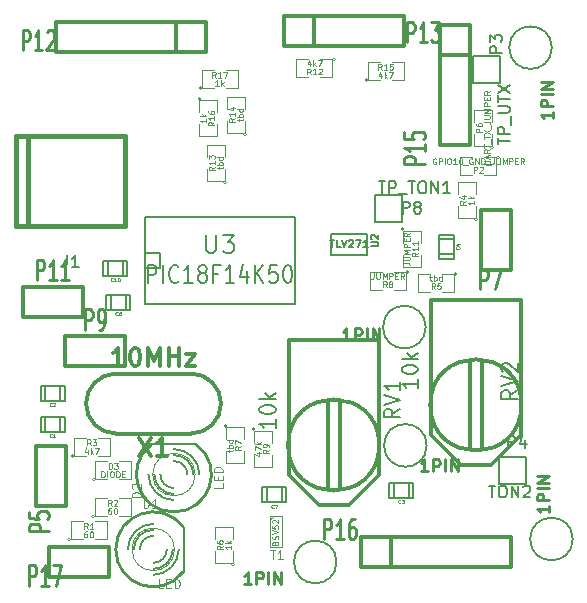
<source format=gto>
G04 (created by PCBNEW (2013-07-07 BZR 4022)-stable) date 24/04/2015 17:20:23*
%MOIN*%
G04 Gerber Fmt 3.4, Leading zero omitted, Abs format*
%FSLAX34Y34*%
G01*
G70*
G90*
G04 APERTURE LIST*
%ADD10C,0.00590551*%
%ADD11C,0.015*%
%ADD12C,0.005*%
%ADD13C,0.0031*%
%ADD14C,0.0039*%
%ADD15C,0.012*%
%ADD16C,0.008*%
%ADD17C,0.003*%
%ADD18C,0.01*%
%ADD19C,0.006*%
%ADD20C,0.0125*%
%ADD21C,0.0047*%
%ADD22C,0.0043*%
%ADD23C,0.0107*%
%ADD24C,0.0035*%
%ADD25C,0.0024*%
G04 APERTURE END LIST*
G54D10*
X59300Y-47775D02*
G75*
G03X59300Y-47775I-710J0D01*
G74*
G01*
X60000Y-64155D02*
G75*
G03X60000Y-64155I-710J0D01*
G74*
G01*
G54D11*
X41843Y-50704D02*
X41843Y-53736D01*
X41449Y-50704D02*
X41449Y-53736D01*
X41449Y-53736D02*
X45071Y-53736D01*
X45071Y-53736D02*
X45071Y-50704D01*
X45071Y-50704D02*
X41449Y-50704D01*
G54D10*
X55095Y-57090D02*
G75*
G03X55095Y-57090I-710J0D01*
G74*
G01*
X55130Y-61035D02*
G75*
G03X55130Y-61035I-710J0D01*
G74*
G01*
X52125Y-64920D02*
G75*
G03X52125Y-64920I-710J0D01*
G74*
G01*
G54D12*
X53150Y-53980D02*
X53150Y-54680D01*
X53150Y-54680D02*
X51950Y-54680D01*
X51950Y-54680D02*
X51950Y-53980D01*
X51950Y-53980D02*
X53150Y-53980D01*
G54D13*
X50024Y-63452D02*
G75*
G03X50024Y-63452I-62J0D01*
G74*
G01*
X50300Y-64415D02*
X49900Y-64415D01*
X50300Y-63390D02*
X49900Y-63390D01*
X49900Y-64415D02*
X49900Y-63390D01*
X50300Y-63390D02*
X50300Y-64415D01*
G54D12*
X50725Y-56335D02*
X50725Y-53435D01*
X45725Y-53435D02*
X45725Y-56335D01*
X50725Y-56335D02*
X45725Y-56335D01*
X45725Y-53435D02*
X50725Y-53435D01*
X45725Y-54635D02*
X46225Y-54635D01*
X46225Y-54635D02*
X46225Y-55135D01*
X46225Y-55135D02*
X45725Y-55135D01*
G54D10*
X57570Y-48050D02*
X57570Y-48950D01*
X56670Y-48950D02*
X56670Y-48050D01*
X56670Y-48050D02*
X57570Y-48050D01*
X56670Y-48950D02*
X57570Y-48950D01*
X54300Y-52700D02*
X54300Y-53600D01*
X53400Y-53600D02*
X53400Y-52700D01*
X53400Y-52700D02*
X54300Y-52700D01*
X53400Y-53600D02*
X54300Y-53600D01*
X58440Y-61415D02*
X58440Y-62315D01*
X57540Y-62315D02*
X57540Y-61415D01*
X57540Y-61415D02*
X58440Y-61415D01*
X57540Y-62315D02*
X58440Y-62315D01*
G54D14*
X49415Y-60495D02*
G75*
G03X49415Y-60495I-50J0D01*
G74*
G01*
X49365Y-60945D02*
X49365Y-60545D01*
X49365Y-60545D02*
X49965Y-60545D01*
X49965Y-60545D02*
X49965Y-60945D01*
X49965Y-61345D02*
X49965Y-61745D01*
X49965Y-61745D02*
X49365Y-61745D01*
X49365Y-61745D02*
X49365Y-61345D01*
X57365Y-51095D02*
G75*
G03X57365Y-51095I-50J0D01*
G74*
G01*
X57315Y-50645D02*
X57315Y-51045D01*
X57315Y-51045D02*
X56715Y-51045D01*
X56715Y-51045D02*
X56715Y-50645D01*
X56715Y-50245D02*
X56715Y-49845D01*
X56715Y-49845D02*
X57315Y-49845D01*
X57315Y-49845D02*
X57315Y-50245D01*
X47600Y-49480D02*
G75*
G03X47600Y-49480I-50J0D01*
G74*
G01*
X47550Y-49930D02*
X47550Y-49530D01*
X47550Y-49530D02*
X48150Y-49530D01*
X48150Y-49530D02*
X48150Y-49930D01*
X48150Y-50330D02*
X48150Y-50730D01*
X48150Y-50730D02*
X47550Y-50730D01*
X47550Y-50730D02*
X47550Y-50330D01*
X53160Y-48855D02*
G75*
G03X53160Y-48855I-50J0D01*
G74*
G01*
X53560Y-48855D02*
X53160Y-48855D01*
X53160Y-48855D02*
X53160Y-48255D01*
X53160Y-48255D02*
X53560Y-48255D01*
X53960Y-48255D02*
X54360Y-48255D01*
X54360Y-48255D02*
X54360Y-48855D01*
X54360Y-48855D02*
X53960Y-48855D01*
X52090Y-48165D02*
G75*
G03X52090Y-48165I-50J0D01*
G74*
G01*
X51590Y-48165D02*
X51990Y-48165D01*
X51990Y-48165D02*
X51990Y-48765D01*
X51990Y-48765D02*
X51590Y-48765D01*
X51190Y-48765D02*
X50790Y-48765D01*
X50790Y-48765D02*
X50790Y-48165D01*
X50790Y-48165D02*
X51190Y-48165D01*
X48455Y-52265D02*
G75*
G03X48455Y-52265I-50J0D01*
G74*
G01*
X48405Y-51815D02*
X48405Y-52215D01*
X48405Y-52215D02*
X47805Y-52215D01*
X47805Y-52215D02*
X47805Y-51815D01*
X47805Y-51415D02*
X47805Y-51015D01*
X47805Y-51015D02*
X48405Y-51015D01*
X48405Y-51015D02*
X48405Y-51415D01*
X48725Y-65000D02*
G75*
G03X48725Y-65000I-50J0D01*
G74*
G01*
X48675Y-64550D02*
X48675Y-64950D01*
X48675Y-64950D02*
X48075Y-64950D01*
X48075Y-64950D02*
X48075Y-64550D01*
X48075Y-64150D02*
X48075Y-63750D01*
X48075Y-63750D02*
X48675Y-63750D01*
X48675Y-63750D02*
X48675Y-64150D01*
X48485Y-60385D02*
G75*
G03X48485Y-60385I-50J0D01*
G74*
G01*
X48435Y-60835D02*
X48435Y-60435D01*
X48435Y-60435D02*
X49035Y-60435D01*
X49035Y-60435D02*
X49035Y-60835D01*
X49035Y-61235D02*
X49035Y-61635D01*
X49035Y-61635D02*
X48435Y-61635D01*
X48435Y-61635D02*
X48435Y-61235D01*
X44060Y-63390D02*
G75*
G03X44060Y-63390I-50J0D01*
G74*
G01*
X44460Y-63390D02*
X44060Y-63390D01*
X44060Y-63390D02*
X44060Y-62790D01*
X44060Y-62790D02*
X44460Y-62790D01*
X44860Y-62790D02*
X45260Y-62790D01*
X45260Y-62790D02*
X45260Y-63390D01*
X45260Y-63390D02*
X44860Y-63390D01*
X43260Y-64170D02*
G75*
G03X43260Y-64170I-50J0D01*
G74*
G01*
X43660Y-64170D02*
X43260Y-64170D01*
X43260Y-64170D02*
X43260Y-63570D01*
X43260Y-63570D02*
X43660Y-63570D01*
X44060Y-63570D02*
X44460Y-63570D01*
X44460Y-63570D02*
X44460Y-64170D01*
X44460Y-64170D02*
X44060Y-64170D01*
X57550Y-51435D02*
G75*
G03X57550Y-51435I-50J0D01*
G74*
G01*
X57050Y-51435D02*
X57450Y-51435D01*
X57450Y-51435D02*
X57450Y-52035D01*
X57450Y-52035D02*
X57050Y-52035D01*
X56650Y-52035D02*
X56250Y-52035D01*
X56250Y-52035D02*
X56250Y-51435D01*
X56250Y-51435D02*
X56650Y-51435D01*
X49125Y-50655D02*
G75*
G03X49125Y-50655I-50J0D01*
G74*
G01*
X49075Y-50205D02*
X49075Y-50605D01*
X49075Y-50605D02*
X48475Y-50605D01*
X48475Y-50605D02*
X48475Y-50205D01*
X48475Y-49805D02*
X48475Y-49405D01*
X48475Y-49405D02*
X49075Y-49405D01*
X49075Y-49405D02*
X49075Y-49805D01*
X56825Y-53510D02*
G75*
G03X56825Y-53510I-50J0D01*
G74*
G01*
X56775Y-53060D02*
X56775Y-53460D01*
X56775Y-53460D02*
X56175Y-53460D01*
X56175Y-53460D02*
X56175Y-53060D01*
X56175Y-52660D02*
X56175Y-52260D01*
X56175Y-52260D02*
X56775Y-52260D01*
X56775Y-52260D02*
X56775Y-52660D01*
X47625Y-49120D02*
G75*
G03X47625Y-49120I-50J0D01*
G74*
G01*
X48025Y-49120D02*
X47625Y-49120D01*
X47625Y-49120D02*
X47625Y-48520D01*
X47625Y-48520D02*
X48025Y-48520D01*
X48425Y-48520D02*
X48825Y-48520D01*
X48825Y-48520D02*
X48825Y-49120D01*
X48825Y-49120D02*
X48425Y-49120D01*
X44080Y-62165D02*
G75*
G03X44080Y-62165I-50J0D01*
G74*
G01*
X44480Y-62165D02*
X44080Y-62165D01*
X44080Y-62165D02*
X44080Y-61565D01*
X44080Y-61565D02*
X44480Y-61565D01*
X44880Y-61565D02*
X45280Y-61565D01*
X45280Y-61565D02*
X45280Y-62165D01*
X45280Y-62165D02*
X44880Y-62165D01*
X43365Y-61380D02*
G75*
G03X43365Y-61380I-50J0D01*
G74*
G01*
X43765Y-61380D02*
X43365Y-61380D01*
X43365Y-61380D02*
X43365Y-60780D01*
X43365Y-60780D02*
X43765Y-60780D01*
X44165Y-60780D02*
X44565Y-60780D01*
X44565Y-60780D02*
X44565Y-61380D01*
X44565Y-61380D02*
X44165Y-61380D01*
X56140Y-55315D02*
G75*
G03X56140Y-55315I-50J0D01*
G74*
G01*
X55640Y-55315D02*
X56040Y-55315D01*
X56040Y-55315D02*
X56040Y-55915D01*
X56040Y-55915D02*
X55640Y-55915D01*
X55240Y-55915D02*
X54840Y-55915D01*
X54840Y-55915D02*
X54840Y-55315D01*
X54840Y-55315D02*
X55240Y-55315D01*
X54535Y-55260D02*
G75*
G03X54535Y-55260I-50J0D01*
G74*
G01*
X54035Y-55260D02*
X54435Y-55260D01*
X54435Y-55260D02*
X54435Y-55860D01*
X54435Y-55860D02*
X54035Y-55860D01*
X53635Y-55860D02*
X53235Y-55860D01*
X53235Y-55860D02*
X53235Y-55260D01*
X53235Y-55260D02*
X53635Y-55260D01*
X54380Y-53830D02*
G75*
G03X54380Y-53830I-50J0D01*
G74*
G01*
X54330Y-54280D02*
X54330Y-53880D01*
X54330Y-53880D02*
X54930Y-53880D01*
X54930Y-53880D02*
X54930Y-54280D01*
X54930Y-54680D02*
X54930Y-55080D01*
X54930Y-55080D02*
X54330Y-55080D01*
X54330Y-55080D02*
X54330Y-54680D01*
G54D15*
X47775Y-46915D02*
X47775Y-47915D01*
X47775Y-47915D02*
X42775Y-47915D01*
X42775Y-47915D02*
X42775Y-46915D01*
X42775Y-46915D02*
X47775Y-46915D01*
X46775Y-46915D02*
X46775Y-47915D01*
X52925Y-65090D02*
X52925Y-64090D01*
X52925Y-64090D02*
X57925Y-64090D01*
X57925Y-64090D02*
X57925Y-65090D01*
X57925Y-65090D02*
X52925Y-65090D01*
X53925Y-65090D02*
X53925Y-64090D01*
X50380Y-46730D02*
X50380Y-46730D01*
X50380Y-47730D02*
X50380Y-46730D01*
X50380Y-46730D02*
X50380Y-46730D01*
X50380Y-46730D02*
X54380Y-46730D01*
X54380Y-46730D02*
X54380Y-47730D01*
X54380Y-47730D02*
X50380Y-47730D01*
X51380Y-47730D02*
X51380Y-46730D01*
X56570Y-47035D02*
X56570Y-47035D01*
X55570Y-47035D02*
X56570Y-47035D01*
X56570Y-47035D02*
X56570Y-47035D01*
X56570Y-47035D02*
X56570Y-51035D01*
X56570Y-51035D02*
X55570Y-51035D01*
X55570Y-51035D02*
X55570Y-47035D01*
X55570Y-48035D02*
X56570Y-48035D01*
X41660Y-56750D02*
X41660Y-55750D01*
X41660Y-55750D02*
X43660Y-55750D01*
X43660Y-55750D02*
X43660Y-56750D01*
X43660Y-56750D02*
X41660Y-56750D01*
X43070Y-58400D02*
X43070Y-57400D01*
X43070Y-57400D02*
X45070Y-57400D01*
X45070Y-57400D02*
X45070Y-58400D01*
X45070Y-58400D02*
X43070Y-58400D01*
X56935Y-53180D02*
X57935Y-53180D01*
X57935Y-53180D02*
X57935Y-55180D01*
X57935Y-55180D02*
X56935Y-55180D01*
X56935Y-55180D02*
X56935Y-53180D01*
X42115Y-61070D02*
X43115Y-61070D01*
X43115Y-61070D02*
X43115Y-63070D01*
X43115Y-63070D02*
X42115Y-63070D01*
X42115Y-63070D02*
X42115Y-61070D01*
X53530Y-57520D02*
X53530Y-62020D01*
X53530Y-62020D02*
X52530Y-63020D01*
X52530Y-63020D02*
X51530Y-63020D01*
X51530Y-63020D02*
X50530Y-62020D01*
X50530Y-62020D02*
X50530Y-57520D01*
X50530Y-57520D02*
X53530Y-57520D01*
X53530Y-60820D02*
X53530Y-61270D01*
X50530Y-61170D02*
X50530Y-60820D01*
X52230Y-59520D02*
X52230Y-62470D01*
X51830Y-59520D02*
X51830Y-62470D01*
X53550Y-61020D02*
G75*
G03X53550Y-61020I-1520J0D01*
G74*
G01*
X58270Y-56185D02*
X58270Y-60685D01*
X58270Y-60685D02*
X57270Y-61685D01*
X57270Y-61685D02*
X56270Y-61685D01*
X56270Y-61685D02*
X55270Y-60685D01*
X55270Y-60685D02*
X55270Y-56185D01*
X55270Y-56185D02*
X58270Y-56185D01*
X58270Y-59485D02*
X58270Y-59935D01*
X55270Y-59835D02*
X55270Y-59485D01*
X56970Y-58185D02*
X56970Y-61135D01*
X56570Y-58185D02*
X56570Y-61135D01*
X58290Y-59685D02*
G75*
G03X58290Y-59685I-1520J0D01*
G74*
G01*
G54D16*
X47035Y-65250D02*
X47035Y-63750D01*
G54D17*
X46722Y-64500D02*
G75*
G03X46722Y-64500I-707J0D01*
G74*
G01*
G54D18*
X47014Y-63749D02*
G75*
G03X47014Y-65250I-999J-750D01*
G74*
G01*
G54D19*
X46015Y-64050D02*
G75*
G03X45565Y-64500I0J-450D01*
G74*
G01*
X46015Y-64950D02*
G75*
G03X46465Y-64500I0J450D01*
G74*
G01*
X46015Y-63850D02*
G75*
G03X45365Y-64500I0J-650D01*
G74*
G01*
X46015Y-65150D02*
G75*
G03X46665Y-64500I0J650D01*
G74*
G01*
X46015Y-63650D02*
G75*
G03X45165Y-64500I0J-850D01*
G74*
G01*
X46015Y-65350D02*
G75*
G03X46865Y-64500I0J850D01*
G74*
G01*
G54D16*
X47455Y-60985D02*
X45955Y-60985D01*
G54D17*
X47412Y-62005D02*
G75*
G03X47412Y-62005I-707J0D01*
G74*
G01*
G54D18*
X45954Y-61005D02*
G75*
G03X47455Y-61005I750J-999D01*
G74*
G01*
G54D19*
X46255Y-62005D02*
G75*
G03X46705Y-62455I450J0D01*
G74*
G01*
X47155Y-62005D02*
G75*
G03X46705Y-61555I-450J0D01*
G74*
G01*
X46055Y-62005D02*
G75*
G03X46705Y-62655I650J0D01*
G74*
G01*
X47355Y-62005D02*
G75*
G03X46705Y-61355I-650J0D01*
G74*
G01*
X45855Y-62005D02*
G75*
G03X46705Y-62855I850J0D01*
G74*
G01*
X47555Y-62005D02*
G75*
G03X46705Y-61155I-850J0D01*
G74*
G01*
G54D20*
X47275Y-58640D02*
X44775Y-58640D01*
X47275Y-60640D02*
X44775Y-60640D01*
X43775Y-59640D02*
G75*
G03X44775Y-60640I1000J0D01*
G74*
G01*
X44775Y-58640D02*
G75*
G03X43775Y-59640I0J-1000D01*
G74*
G01*
X47275Y-60640D02*
G75*
G03X48275Y-59640I0J1000D01*
G74*
G01*
X48275Y-59640D02*
G75*
G03X47275Y-58640I-1000J0D01*
G74*
G01*
G54D12*
X44600Y-56515D02*
X44600Y-56015D01*
X45100Y-56515D02*
X45100Y-56025D01*
X45250Y-56515D02*
X44450Y-56515D01*
X44450Y-56515D02*
X44450Y-56015D01*
X44450Y-56015D02*
X45250Y-56015D01*
X45250Y-56015D02*
X45250Y-56515D01*
X49800Y-62935D02*
X49800Y-62435D01*
X50300Y-62935D02*
X50300Y-62445D01*
X50450Y-62935D02*
X49650Y-62935D01*
X49650Y-62935D02*
X49650Y-62435D01*
X49650Y-62435D02*
X50450Y-62435D01*
X50450Y-62435D02*
X50450Y-62935D01*
X44500Y-55380D02*
X44500Y-54880D01*
X45000Y-55380D02*
X45000Y-54890D01*
X45150Y-55380D02*
X44350Y-55380D01*
X44350Y-55380D02*
X44350Y-54880D01*
X44350Y-54880D02*
X45150Y-54880D01*
X45150Y-54880D02*
X45150Y-55380D01*
X54025Y-62775D02*
X54025Y-62275D01*
X54525Y-62775D02*
X54525Y-62285D01*
X54675Y-62775D02*
X53875Y-62775D01*
X53875Y-62775D02*
X53875Y-62275D01*
X53875Y-62275D02*
X54675Y-62275D01*
X54675Y-62275D02*
X54675Y-62775D01*
X42410Y-60580D02*
X42410Y-60080D01*
X42910Y-60580D02*
X42910Y-60090D01*
X43060Y-60580D02*
X42260Y-60580D01*
X42260Y-60580D02*
X42260Y-60080D01*
X42260Y-60080D02*
X43060Y-60080D01*
X43060Y-60080D02*
X43060Y-60580D01*
X42415Y-59540D02*
X42415Y-59040D01*
X42915Y-59540D02*
X42915Y-59050D01*
X43065Y-59540D02*
X42265Y-59540D01*
X42265Y-59540D02*
X42265Y-59040D01*
X42265Y-59040D02*
X43065Y-59040D01*
X43065Y-59040D02*
X43065Y-59540D01*
X56040Y-54655D02*
X55540Y-54655D01*
X56040Y-54155D02*
X55550Y-54155D01*
X56040Y-54005D02*
X56040Y-54805D01*
X56040Y-54805D02*
X55540Y-54805D01*
X55540Y-54805D02*
X55540Y-54005D01*
X55540Y-54005D02*
X56040Y-54005D01*
G54D15*
X44540Y-64420D02*
X44540Y-65420D01*
X44540Y-65420D02*
X42540Y-65420D01*
X42540Y-65420D02*
X42540Y-64420D01*
X42540Y-64420D02*
X44540Y-64420D01*
G54D18*
X59326Y-49905D02*
X59326Y-50134D01*
X59326Y-50019D02*
X58926Y-50019D01*
X58984Y-50057D01*
X59022Y-50095D01*
X59041Y-50134D01*
X59326Y-49734D02*
X58926Y-49734D01*
X58926Y-49581D01*
X58945Y-49543D01*
X58965Y-49524D01*
X59003Y-49505D01*
X59060Y-49505D01*
X59098Y-49524D01*
X59117Y-49543D01*
X59136Y-49581D01*
X59136Y-49734D01*
X59326Y-49334D02*
X58926Y-49334D01*
X59326Y-49143D02*
X58926Y-49143D01*
X59326Y-48915D01*
X58926Y-48915D01*
X59206Y-63040D02*
X59206Y-63269D01*
X59206Y-63154D02*
X58806Y-63154D01*
X58864Y-63192D01*
X58902Y-63230D01*
X58921Y-63269D01*
X59206Y-62869D02*
X58806Y-62869D01*
X58806Y-62716D01*
X58825Y-62678D01*
X58845Y-62659D01*
X58883Y-62640D01*
X58940Y-62640D01*
X58978Y-62659D01*
X58997Y-62678D01*
X59016Y-62716D01*
X59016Y-62869D01*
X59206Y-62469D02*
X58806Y-62469D01*
X59206Y-62278D02*
X58806Y-62278D01*
X59206Y-62050D01*
X58806Y-62050D01*
G54D16*
X43126Y-54698D02*
X43126Y-54984D01*
X43107Y-55041D01*
X43069Y-55079D01*
X43012Y-55098D01*
X42974Y-55098D01*
X43526Y-55098D02*
X43298Y-55098D01*
X43412Y-55098D02*
X43412Y-54698D01*
X43374Y-54756D01*
X43336Y-54794D01*
X43298Y-54813D01*
G54D18*
X52564Y-57536D02*
X52335Y-57536D01*
X52450Y-57536D02*
X52450Y-57136D01*
X52412Y-57194D01*
X52374Y-57232D01*
X52335Y-57251D01*
X52735Y-57536D02*
X52735Y-57136D01*
X52888Y-57136D01*
X52926Y-57155D01*
X52945Y-57175D01*
X52964Y-57213D01*
X52964Y-57270D01*
X52945Y-57308D01*
X52926Y-57327D01*
X52888Y-57346D01*
X52735Y-57346D01*
X53135Y-57536D02*
X53135Y-57136D01*
X53326Y-57536D02*
X53326Y-57136D01*
X53555Y-57536D01*
X53555Y-57136D01*
X55169Y-61901D02*
X54940Y-61901D01*
X55055Y-61901D02*
X55055Y-61501D01*
X55017Y-61559D01*
X54979Y-61597D01*
X54940Y-61616D01*
X55340Y-61901D02*
X55340Y-61501D01*
X55493Y-61501D01*
X55531Y-61520D01*
X55550Y-61540D01*
X55569Y-61578D01*
X55569Y-61635D01*
X55550Y-61673D01*
X55531Y-61692D01*
X55493Y-61711D01*
X55340Y-61711D01*
X55740Y-61901D02*
X55740Y-61501D01*
X55931Y-61901D02*
X55931Y-61501D01*
X56160Y-61901D01*
X56160Y-61501D01*
X49284Y-65656D02*
X49055Y-65656D01*
X49170Y-65656D02*
X49170Y-65256D01*
X49132Y-65314D01*
X49094Y-65352D01*
X49055Y-65371D01*
X49455Y-65656D02*
X49455Y-65256D01*
X49608Y-65256D01*
X49646Y-65275D01*
X49665Y-65295D01*
X49684Y-65333D01*
X49684Y-65390D01*
X49665Y-65428D01*
X49646Y-65447D01*
X49608Y-65466D01*
X49455Y-65466D01*
X49855Y-65656D02*
X49855Y-65256D01*
X50046Y-65656D02*
X50046Y-65256D01*
X50275Y-65656D01*
X50275Y-65256D01*
G54D12*
X53267Y-54402D02*
X53469Y-54402D01*
X53493Y-54390D01*
X53505Y-54378D01*
X53517Y-54354D01*
X53517Y-54307D01*
X53505Y-54283D01*
X53493Y-54271D01*
X53469Y-54259D01*
X53267Y-54259D01*
X53291Y-54152D02*
X53279Y-54140D01*
X53267Y-54116D01*
X53267Y-54057D01*
X53279Y-54033D01*
X53291Y-54021D01*
X53314Y-54009D01*
X53338Y-54009D01*
X53374Y-54021D01*
X53517Y-54164D01*
X53517Y-54009D01*
X51913Y-54181D02*
X52055Y-54181D01*
X51984Y-54431D02*
X51984Y-54181D01*
X52258Y-54431D02*
X52139Y-54431D01*
X52139Y-54181D01*
X52305Y-54181D02*
X52389Y-54431D01*
X52472Y-54181D01*
X52544Y-54205D02*
X52555Y-54193D01*
X52579Y-54181D01*
X52639Y-54181D01*
X52663Y-54193D01*
X52675Y-54205D01*
X52686Y-54228D01*
X52686Y-54252D01*
X52675Y-54288D01*
X52532Y-54431D01*
X52686Y-54431D01*
X52770Y-54181D02*
X52936Y-54181D01*
X52829Y-54431D01*
X53163Y-54431D02*
X53020Y-54431D01*
X53091Y-54431D02*
X53091Y-54181D01*
X53067Y-54216D01*
X53044Y-54240D01*
X53020Y-54252D01*
G54D21*
X49910Y-64523D02*
X50081Y-64523D01*
X49996Y-64823D02*
X49996Y-64523D01*
X50339Y-64823D02*
X50167Y-64823D01*
X50253Y-64823D02*
X50253Y-64523D01*
X50224Y-64566D01*
X50196Y-64594D01*
X50167Y-64609D01*
G54D14*
X50076Y-64291D02*
X50085Y-64263D01*
X50095Y-64254D01*
X50114Y-64244D01*
X50142Y-64244D01*
X50160Y-64254D01*
X50170Y-64263D01*
X50179Y-64282D01*
X50179Y-64357D01*
X49982Y-64357D01*
X49982Y-64291D01*
X49992Y-64273D01*
X50001Y-64263D01*
X50020Y-64254D01*
X50039Y-64254D01*
X50057Y-64263D01*
X50067Y-64273D01*
X50076Y-64291D01*
X50076Y-64357D01*
X50170Y-64169D02*
X50179Y-64141D01*
X50179Y-64094D01*
X50170Y-64076D01*
X50160Y-64066D01*
X50142Y-64057D01*
X50123Y-64057D01*
X50104Y-64066D01*
X50095Y-64076D01*
X50085Y-64094D01*
X50076Y-64132D01*
X50067Y-64151D01*
X50057Y-64160D01*
X50039Y-64169D01*
X50020Y-64169D01*
X50001Y-64160D01*
X49992Y-64151D01*
X49982Y-64132D01*
X49982Y-64085D01*
X49992Y-64057D01*
X49982Y-64000D02*
X50179Y-63935D01*
X49982Y-63869D01*
X49982Y-63710D02*
X49982Y-63803D01*
X50076Y-63813D01*
X50067Y-63803D01*
X50057Y-63785D01*
X50057Y-63738D01*
X50067Y-63719D01*
X50076Y-63710D01*
X50095Y-63700D01*
X50142Y-63700D01*
X50160Y-63710D01*
X50170Y-63719D01*
X50179Y-63738D01*
X50179Y-63785D01*
X50170Y-63803D01*
X50160Y-63813D01*
X50001Y-63625D02*
X49992Y-63616D01*
X49982Y-63597D01*
X49982Y-63550D01*
X49992Y-63531D01*
X50001Y-63522D01*
X50020Y-63513D01*
X50039Y-63513D01*
X50067Y-63522D01*
X50179Y-63635D01*
X50179Y-63513D01*
G54D12*
X47767Y-54027D02*
X47767Y-54513D01*
X47796Y-54570D01*
X47825Y-54599D01*
X47882Y-54627D01*
X47996Y-54627D01*
X48053Y-54599D01*
X48082Y-54570D01*
X48110Y-54513D01*
X48110Y-54027D01*
X48339Y-54027D02*
X48710Y-54027D01*
X48510Y-54256D01*
X48596Y-54256D01*
X48653Y-54285D01*
X48682Y-54313D01*
X48710Y-54370D01*
X48710Y-54513D01*
X48682Y-54570D01*
X48653Y-54599D01*
X48596Y-54627D01*
X48425Y-54627D01*
X48367Y-54599D01*
X48339Y-54570D01*
X45832Y-55627D02*
X45832Y-55027D01*
X46022Y-55027D01*
X46070Y-55056D01*
X46094Y-55085D01*
X46117Y-55142D01*
X46117Y-55227D01*
X46094Y-55285D01*
X46070Y-55313D01*
X46022Y-55342D01*
X45832Y-55342D01*
X46332Y-55627D02*
X46332Y-55027D01*
X46855Y-55570D02*
X46832Y-55599D01*
X46760Y-55627D01*
X46713Y-55627D01*
X46641Y-55599D01*
X46594Y-55542D01*
X46570Y-55485D01*
X46546Y-55370D01*
X46546Y-55285D01*
X46570Y-55170D01*
X46594Y-55113D01*
X46641Y-55056D01*
X46713Y-55027D01*
X46760Y-55027D01*
X46832Y-55056D01*
X46855Y-55085D01*
X47332Y-55627D02*
X47046Y-55627D01*
X47189Y-55627D02*
X47189Y-55027D01*
X47141Y-55113D01*
X47094Y-55170D01*
X47046Y-55199D01*
X47617Y-55285D02*
X47570Y-55256D01*
X47546Y-55227D01*
X47522Y-55170D01*
X47522Y-55142D01*
X47546Y-55085D01*
X47570Y-55056D01*
X47617Y-55027D01*
X47713Y-55027D01*
X47760Y-55056D01*
X47784Y-55085D01*
X47808Y-55142D01*
X47808Y-55170D01*
X47784Y-55227D01*
X47760Y-55256D01*
X47713Y-55285D01*
X47617Y-55285D01*
X47570Y-55313D01*
X47546Y-55342D01*
X47522Y-55399D01*
X47522Y-55513D01*
X47546Y-55570D01*
X47570Y-55599D01*
X47617Y-55627D01*
X47713Y-55627D01*
X47760Y-55599D01*
X47784Y-55570D01*
X47808Y-55513D01*
X47808Y-55399D01*
X47784Y-55342D01*
X47760Y-55313D01*
X47713Y-55285D01*
X48189Y-55313D02*
X48022Y-55313D01*
X48022Y-55627D02*
X48022Y-55027D01*
X48260Y-55027D01*
X48713Y-55627D02*
X48427Y-55627D01*
X48570Y-55627D02*
X48570Y-55027D01*
X48522Y-55113D01*
X48475Y-55170D01*
X48427Y-55199D01*
X49141Y-55227D02*
X49141Y-55627D01*
X49022Y-54999D02*
X48903Y-55427D01*
X49213Y-55427D01*
X49403Y-55627D02*
X49403Y-55027D01*
X49689Y-55627D02*
X49475Y-55285D01*
X49689Y-55027D02*
X49403Y-55370D01*
X50141Y-55027D02*
X49903Y-55027D01*
X49879Y-55313D01*
X49903Y-55285D01*
X49951Y-55256D01*
X50070Y-55256D01*
X50117Y-55285D01*
X50141Y-55313D01*
X50165Y-55370D01*
X50165Y-55513D01*
X50141Y-55570D01*
X50117Y-55599D01*
X50070Y-55627D01*
X49951Y-55627D01*
X49903Y-55599D01*
X49879Y-55570D01*
X50475Y-55027D02*
X50522Y-55027D01*
X50570Y-55056D01*
X50594Y-55085D01*
X50617Y-55142D01*
X50641Y-55256D01*
X50641Y-55399D01*
X50617Y-55513D01*
X50594Y-55570D01*
X50570Y-55599D01*
X50522Y-55627D01*
X50475Y-55627D01*
X50427Y-55599D01*
X50403Y-55570D01*
X50379Y-55513D01*
X50355Y-55399D01*
X50355Y-55256D01*
X50379Y-55142D01*
X50403Y-55085D01*
X50427Y-55056D01*
X50475Y-55027D01*
G54D10*
X57639Y-47945D02*
X57245Y-47945D01*
X57245Y-47795D01*
X57264Y-47758D01*
X57283Y-47739D01*
X57320Y-47720D01*
X57376Y-47720D01*
X57414Y-47739D01*
X57433Y-47758D01*
X57451Y-47795D01*
X57451Y-47945D01*
X57245Y-47589D02*
X57245Y-47345D01*
X57395Y-47476D01*
X57395Y-47420D01*
X57414Y-47383D01*
X57433Y-47364D01*
X57470Y-47345D01*
X57564Y-47345D01*
X57601Y-47364D01*
X57620Y-47383D01*
X57639Y-47420D01*
X57639Y-47533D01*
X57620Y-47570D01*
X57601Y-47589D01*
X57500Y-50997D02*
X57500Y-50773D01*
X57894Y-50885D02*
X57500Y-50885D01*
X57894Y-50641D02*
X57500Y-50641D01*
X57500Y-50491D01*
X57519Y-50454D01*
X57538Y-50435D01*
X57575Y-50416D01*
X57631Y-50416D01*
X57669Y-50435D01*
X57688Y-50454D01*
X57706Y-50491D01*
X57706Y-50641D01*
X57931Y-50341D02*
X57931Y-50041D01*
X57500Y-49948D02*
X57819Y-49948D01*
X57856Y-49929D01*
X57875Y-49910D01*
X57894Y-49873D01*
X57894Y-49798D01*
X57875Y-49760D01*
X57856Y-49741D01*
X57819Y-49723D01*
X57500Y-49723D01*
X57500Y-49591D02*
X57500Y-49366D01*
X57894Y-49479D02*
X57500Y-49479D01*
X57500Y-49273D02*
X57894Y-49010D01*
X57500Y-49010D02*
X57894Y-49273D01*
X54339Y-53304D02*
X54339Y-52910D01*
X54489Y-52910D01*
X54526Y-52929D01*
X54545Y-52948D01*
X54564Y-52985D01*
X54564Y-53041D01*
X54545Y-53079D01*
X54526Y-53098D01*
X54489Y-53116D01*
X54339Y-53116D01*
X54789Y-53079D02*
X54751Y-53060D01*
X54733Y-53041D01*
X54714Y-53004D01*
X54714Y-52985D01*
X54733Y-52948D01*
X54751Y-52929D01*
X54789Y-52910D01*
X54864Y-52910D01*
X54901Y-52929D01*
X54920Y-52948D01*
X54939Y-52985D01*
X54939Y-53004D01*
X54920Y-53041D01*
X54901Y-53060D01*
X54864Y-53079D01*
X54789Y-53079D01*
X54751Y-53098D01*
X54733Y-53116D01*
X54714Y-53154D01*
X54714Y-53229D01*
X54733Y-53266D01*
X54751Y-53285D01*
X54789Y-53304D01*
X54864Y-53304D01*
X54901Y-53285D01*
X54920Y-53266D01*
X54939Y-53229D01*
X54939Y-53154D01*
X54920Y-53116D01*
X54901Y-53098D01*
X54864Y-53079D01*
X53525Y-52235D02*
X53750Y-52235D01*
X53638Y-52629D02*
X53638Y-52235D01*
X53881Y-52629D02*
X53881Y-52235D01*
X54031Y-52235D01*
X54069Y-52254D01*
X54088Y-52273D01*
X54106Y-52310D01*
X54106Y-52366D01*
X54088Y-52404D01*
X54069Y-52423D01*
X54031Y-52441D01*
X53881Y-52441D01*
X54181Y-52666D02*
X54481Y-52666D01*
X54519Y-52235D02*
X54744Y-52235D01*
X54631Y-52629D02*
X54631Y-52235D01*
X54950Y-52235D02*
X55025Y-52235D01*
X55063Y-52254D01*
X55100Y-52291D01*
X55119Y-52366D01*
X55119Y-52498D01*
X55100Y-52573D01*
X55063Y-52610D01*
X55025Y-52629D01*
X54950Y-52629D01*
X54913Y-52610D01*
X54875Y-52573D01*
X54856Y-52498D01*
X54856Y-52366D01*
X54875Y-52291D01*
X54913Y-52254D01*
X54950Y-52235D01*
X55288Y-52629D02*
X55288Y-52235D01*
X55513Y-52629D01*
X55513Y-52235D01*
X55906Y-52629D02*
X55681Y-52629D01*
X55794Y-52629D02*
X55794Y-52235D01*
X55756Y-52291D01*
X55719Y-52329D01*
X55681Y-52348D01*
X57854Y-61119D02*
X57854Y-60725D01*
X58004Y-60725D01*
X58041Y-60744D01*
X58060Y-60763D01*
X58079Y-60800D01*
X58079Y-60856D01*
X58060Y-60894D01*
X58041Y-60913D01*
X58004Y-60931D01*
X57854Y-60931D01*
X58416Y-60856D02*
X58416Y-61119D01*
X58323Y-60706D02*
X58229Y-60988D01*
X58473Y-60988D01*
X57192Y-62375D02*
X57417Y-62375D01*
X57305Y-62769D02*
X57305Y-62375D01*
X57623Y-62375D02*
X57698Y-62375D01*
X57736Y-62394D01*
X57773Y-62431D01*
X57792Y-62506D01*
X57792Y-62638D01*
X57773Y-62713D01*
X57736Y-62750D01*
X57698Y-62769D01*
X57623Y-62769D01*
X57586Y-62750D01*
X57548Y-62713D01*
X57530Y-62638D01*
X57530Y-62506D01*
X57548Y-62431D01*
X57586Y-62394D01*
X57623Y-62375D01*
X57961Y-62769D02*
X57961Y-62375D01*
X58186Y-62769D01*
X58186Y-62375D01*
X58354Y-62413D02*
X58373Y-62394D01*
X58411Y-62375D01*
X58504Y-62375D01*
X58542Y-62394D01*
X58561Y-62413D01*
X58579Y-62450D01*
X58579Y-62488D01*
X58561Y-62544D01*
X58336Y-62769D01*
X58579Y-62769D01*
G54D22*
X49869Y-61177D02*
X49775Y-61243D01*
X49869Y-61290D02*
X49672Y-61290D01*
X49672Y-61215D01*
X49682Y-61196D01*
X49691Y-61187D01*
X49710Y-61177D01*
X49738Y-61177D01*
X49757Y-61187D01*
X49766Y-61196D01*
X49775Y-61215D01*
X49775Y-61290D01*
X49869Y-61084D02*
X49869Y-61046D01*
X49860Y-61027D01*
X49850Y-61018D01*
X49822Y-60999D01*
X49785Y-60990D01*
X49710Y-60990D01*
X49691Y-60999D01*
X49682Y-61008D01*
X49672Y-61027D01*
X49672Y-61065D01*
X49682Y-61084D01*
X49691Y-61093D01*
X49710Y-61102D01*
X49757Y-61102D01*
X49775Y-61093D01*
X49785Y-61084D01*
X49794Y-61065D01*
X49794Y-61027D01*
X49785Y-61008D01*
X49775Y-60999D01*
X49757Y-60990D01*
X49463Y-61281D02*
X49594Y-61281D01*
X49388Y-61327D02*
X49529Y-61374D01*
X49529Y-61252D01*
X49397Y-61196D02*
X49397Y-61065D01*
X49594Y-61149D01*
X49594Y-60990D02*
X49397Y-60990D01*
X49519Y-60971D02*
X49594Y-60915D01*
X49463Y-60915D02*
X49538Y-60990D01*
X56969Y-50590D02*
X56772Y-50590D01*
X56772Y-50515D01*
X56782Y-50496D01*
X56791Y-50487D01*
X56810Y-50477D01*
X56838Y-50477D01*
X56857Y-50487D01*
X56866Y-50496D01*
X56875Y-50515D01*
X56875Y-50590D01*
X56772Y-50308D02*
X56772Y-50346D01*
X56782Y-50365D01*
X56791Y-50374D01*
X56819Y-50393D01*
X56857Y-50402D01*
X56932Y-50402D01*
X56950Y-50393D01*
X56960Y-50384D01*
X56969Y-50365D01*
X56969Y-50327D01*
X56960Y-50308D01*
X56950Y-50299D01*
X56932Y-50290D01*
X56885Y-50290D01*
X56866Y-50299D01*
X56857Y-50308D01*
X56847Y-50327D01*
X56847Y-50365D01*
X56857Y-50384D01*
X56866Y-50393D01*
X56885Y-50402D01*
X57047Y-51655D02*
X57207Y-51655D01*
X57225Y-51645D01*
X57235Y-51636D01*
X57244Y-51617D01*
X57244Y-51580D01*
X57235Y-51561D01*
X57225Y-51551D01*
X57207Y-51542D01*
X57047Y-51542D01*
X57188Y-51458D02*
X57188Y-51364D01*
X57244Y-51476D02*
X57047Y-51411D01*
X57244Y-51345D01*
X57244Y-51167D02*
X57150Y-51233D01*
X57244Y-51279D02*
X57047Y-51279D01*
X57047Y-51204D01*
X57057Y-51186D01*
X57066Y-51176D01*
X57085Y-51167D01*
X57113Y-51167D01*
X57132Y-51176D01*
X57141Y-51186D01*
X57150Y-51204D01*
X57150Y-51279D01*
X57047Y-51111D02*
X57047Y-50998D01*
X57244Y-51054D02*
X57047Y-51054D01*
X57263Y-50979D02*
X57263Y-50829D01*
X57047Y-50810D02*
X57047Y-50698D01*
X57244Y-50754D02*
X57047Y-50754D01*
X57047Y-50651D02*
X57244Y-50520D01*
X57047Y-50520D02*
X57244Y-50651D01*
X57263Y-50491D02*
X57263Y-50341D01*
X57047Y-50238D02*
X57188Y-50238D01*
X57216Y-50248D01*
X57235Y-50266D01*
X57244Y-50294D01*
X57244Y-50313D01*
X57047Y-50144D02*
X57207Y-50144D01*
X57225Y-50135D01*
X57235Y-50126D01*
X57244Y-50107D01*
X57244Y-50069D01*
X57235Y-50051D01*
X57225Y-50041D01*
X57207Y-50032D01*
X57047Y-50032D01*
X57244Y-49938D02*
X57047Y-49938D01*
X57188Y-49872D01*
X57047Y-49807D01*
X57244Y-49807D01*
X57244Y-49713D02*
X57047Y-49713D01*
X57047Y-49638D01*
X57057Y-49619D01*
X57066Y-49610D01*
X57085Y-49600D01*
X57113Y-49600D01*
X57132Y-49610D01*
X57141Y-49619D01*
X57150Y-49638D01*
X57150Y-49713D01*
X57141Y-49516D02*
X57141Y-49450D01*
X57244Y-49422D02*
X57244Y-49516D01*
X57047Y-49516D01*
X57047Y-49422D01*
X57244Y-49225D02*
X57150Y-49291D01*
X57244Y-49338D02*
X57047Y-49338D01*
X57047Y-49262D01*
X57057Y-49244D01*
X57066Y-49234D01*
X57085Y-49225D01*
X57113Y-49225D01*
X57132Y-49234D01*
X57141Y-49244D01*
X57150Y-49262D01*
X57150Y-49338D01*
X48054Y-50256D02*
X47960Y-50322D01*
X48054Y-50369D02*
X47857Y-50369D01*
X47857Y-50294D01*
X47867Y-50275D01*
X47876Y-50266D01*
X47895Y-50256D01*
X47923Y-50256D01*
X47942Y-50266D01*
X47951Y-50275D01*
X47960Y-50294D01*
X47960Y-50369D01*
X48054Y-50069D02*
X48054Y-50181D01*
X48054Y-50125D02*
X47857Y-50125D01*
X47885Y-50144D01*
X47904Y-50162D01*
X47914Y-50181D01*
X47857Y-49900D02*
X47857Y-49937D01*
X47867Y-49956D01*
X47876Y-49965D01*
X47904Y-49984D01*
X47942Y-49993D01*
X48017Y-49993D01*
X48035Y-49984D01*
X48045Y-49975D01*
X48054Y-49956D01*
X48054Y-49918D01*
X48045Y-49900D01*
X48035Y-49890D01*
X48017Y-49881D01*
X47970Y-49881D01*
X47951Y-49890D01*
X47942Y-49900D01*
X47932Y-49918D01*
X47932Y-49956D01*
X47942Y-49975D01*
X47951Y-49984D01*
X47970Y-49993D01*
X47779Y-50153D02*
X47779Y-50266D01*
X47779Y-50209D02*
X47582Y-50209D01*
X47610Y-50228D01*
X47629Y-50247D01*
X47639Y-50266D01*
X47779Y-50069D02*
X47582Y-50069D01*
X47704Y-50050D02*
X47779Y-49993D01*
X47648Y-49993D02*
X47723Y-50069D01*
X53633Y-48509D02*
X53567Y-48415D01*
X53520Y-48509D02*
X53520Y-48312D01*
X53595Y-48312D01*
X53614Y-48322D01*
X53623Y-48331D01*
X53633Y-48350D01*
X53633Y-48378D01*
X53623Y-48397D01*
X53614Y-48406D01*
X53595Y-48415D01*
X53520Y-48415D01*
X53820Y-48509D02*
X53708Y-48509D01*
X53764Y-48509D02*
X53764Y-48312D01*
X53745Y-48340D01*
X53727Y-48359D01*
X53708Y-48369D01*
X53999Y-48312D02*
X53905Y-48312D01*
X53896Y-48406D01*
X53905Y-48397D01*
X53924Y-48387D01*
X53971Y-48387D01*
X53989Y-48397D01*
X53999Y-48406D01*
X54008Y-48425D01*
X54008Y-48472D01*
X53999Y-48490D01*
X53989Y-48500D01*
X53971Y-48509D01*
X53924Y-48509D01*
X53905Y-48500D01*
X53896Y-48490D01*
X53623Y-48653D02*
X53623Y-48784D01*
X53577Y-48578D02*
X53530Y-48719D01*
X53652Y-48719D01*
X53727Y-48784D02*
X53727Y-48587D01*
X53745Y-48709D02*
X53802Y-48784D01*
X53802Y-48653D02*
X53727Y-48728D01*
X53867Y-48587D02*
X53999Y-48587D01*
X53914Y-48784D01*
X51263Y-48669D02*
X51197Y-48575D01*
X51150Y-48669D02*
X51150Y-48472D01*
X51225Y-48472D01*
X51244Y-48482D01*
X51253Y-48491D01*
X51263Y-48510D01*
X51263Y-48538D01*
X51253Y-48557D01*
X51244Y-48566D01*
X51225Y-48575D01*
X51150Y-48575D01*
X51450Y-48669D02*
X51338Y-48669D01*
X51394Y-48669D02*
X51394Y-48472D01*
X51375Y-48500D01*
X51357Y-48519D01*
X51338Y-48529D01*
X51526Y-48491D02*
X51535Y-48482D01*
X51554Y-48472D01*
X51601Y-48472D01*
X51619Y-48482D01*
X51629Y-48491D01*
X51638Y-48510D01*
X51638Y-48529D01*
X51629Y-48557D01*
X51516Y-48669D01*
X51638Y-48669D01*
X51253Y-48263D02*
X51253Y-48394D01*
X51207Y-48188D02*
X51160Y-48329D01*
X51282Y-48329D01*
X51357Y-48394D02*
X51357Y-48197D01*
X51375Y-48319D02*
X51432Y-48394D01*
X51432Y-48263D02*
X51357Y-48338D01*
X51497Y-48197D02*
X51629Y-48197D01*
X51544Y-48394D01*
X48059Y-51741D02*
X47965Y-51807D01*
X48059Y-51854D02*
X47862Y-51854D01*
X47862Y-51779D01*
X47872Y-51760D01*
X47881Y-51751D01*
X47900Y-51741D01*
X47928Y-51741D01*
X47947Y-51751D01*
X47956Y-51760D01*
X47965Y-51779D01*
X47965Y-51854D01*
X48059Y-51554D02*
X48059Y-51666D01*
X48059Y-51610D02*
X47862Y-51610D01*
X47890Y-51629D01*
X47909Y-51647D01*
X47919Y-51666D01*
X47862Y-51488D02*
X47862Y-51366D01*
X47937Y-51432D01*
X47937Y-51403D01*
X47947Y-51385D01*
X47956Y-51375D01*
X47975Y-51366D01*
X48022Y-51366D01*
X48040Y-51375D01*
X48050Y-51385D01*
X48059Y-51403D01*
X48059Y-51460D01*
X48050Y-51478D01*
X48040Y-51488D01*
X48203Y-51830D02*
X48203Y-51755D01*
X48137Y-51802D02*
X48306Y-51802D01*
X48325Y-51793D01*
X48334Y-51774D01*
X48334Y-51755D01*
X48334Y-51690D02*
X48137Y-51690D01*
X48212Y-51690D02*
X48203Y-51671D01*
X48203Y-51633D01*
X48212Y-51615D01*
X48222Y-51605D01*
X48240Y-51596D01*
X48297Y-51596D01*
X48315Y-51605D01*
X48325Y-51615D01*
X48334Y-51633D01*
X48334Y-51671D01*
X48325Y-51690D01*
X48334Y-51427D02*
X48137Y-51427D01*
X48325Y-51427D02*
X48334Y-51446D01*
X48334Y-51483D01*
X48325Y-51502D01*
X48315Y-51511D01*
X48297Y-51521D01*
X48240Y-51521D01*
X48222Y-51511D01*
X48212Y-51502D01*
X48203Y-51483D01*
X48203Y-51446D01*
X48212Y-51427D01*
X48329Y-64382D02*
X48235Y-64448D01*
X48329Y-64495D02*
X48132Y-64495D01*
X48132Y-64420D01*
X48142Y-64401D01*
X48151Y-64392D01*
X48170Y-64382D01*
X48198Y-64382D01*
X48217Y-64392D01*
X48226Y-64401D01*
X48235Y-64420D01*
X48235Y-64495D01*
X48132Y-64213D02*
X48132Y-64251D01*
X48142Y-64270D01*
X48151Y-64279D01*
X48179Y-64298D01*
X48217Y-64307D01*
X48292Y-64307D01*
X48310Y-64298D01*
X48320Y-64289D01*
X48329Y-64270D01*
X48329Y-64232D01*
X48320Y-64213D01*
X48310Y-64204D01*
X48292Y-64195D01*
X48245Y-64195D01*
X48226Y-64204D01*
X48217Y-64213D01*
X48207Y-64232D01*
X48207Y-64270D01*
X48217Y-64289D01*
X48226Y-64298D01*
X48245Y-64307D01*
X48604Y-64373D02*
X48604Y-64486D01*
X48604Y-64429D02*
X48407Y-64429D01*
X48435Y-64448D01*
X48454Y-64467D01*
X48464Y-64486D01*
X48604Y-64289D02*
X48407Y-64289D01*
X48529Y-64270D02*
X48604Y-64213D01*
X48473Y-64213D02*
X48548Y-64289D01*
X48939Y-61067D02*
X48845Y-61133D01*
X48939Y-61180D02*
X48742Y-61180D01*
X48742Y-61105D01*
X48752Y-61086D01*
X48761Y-61077D01*
X48780Y-61067D01*
X48808Y-61067D01*
X48827Y-61077D01*
X48836Y-61086D01*
X48845Y-61105D01*
X48845Y-61180D01*
X48742Y-61002D02*
X48742Y-60870D01*
X48939Y-60955D01*
X48533Y-61250D02*
X48533Y-61175D01*
X48467Y-61222D02*
X48636Y-61222D01*
X48655Y-61213D01*
X48664Y-61194D01*
X48664Y-61175D01*
X48664Y-61110D02*
X48467Y-61110D01*
X48542Y-61110D02*
X48533Y-61091D01*
X48533Y-61053D01*
X48542Y-61035D01*
X48552Y-61025D01*
X48570Y-61016D01*
X48627Y-61016D01*
X48645Y-61025D01*
X48655Y-61035D01*
X48664Y-61053D01*
X48664Y-61091D01*
X48655Y-61110D01*
X48664Y-60847D02*
X48467Y-60847D01*
X48655Y-60847D02*
X48664Y-60866D01*
X48664Y-60903D01*
X48655Y-60922D01*
X48645Y-60931D01*
X48627Y-60941D01*
X48570Y-60941D01*
X48552Y-60931D01*
X48542Y-60922D01*
X48533Y-60903D01*
X48533Y-60866D01*
X48542Y-60847D01*
X44627Y-63044D02*
X44561Y-62950D01*
X44514Y-63044D02*
X44514Y-62847D01*
X44589Y-62847D01*
X44608Y-62857D01*
X44617Y-62866D01*
X44627Y-62885D01*
X44627Y-62913D01*
X44617Y-62932D01*
X44608Y-62941D01*
X44589Y-62950D01*
X44514Y-62950D01*
X44702Y-62866D02*
X44711Y-62857D01*
X44730Y-62847D01*
X44777Y-62847D01*
X44796Y-62857D01*
X44805Y-62866D01*
X44814Y-62885D01*
X44814Y-62904D01*
X44805Y-62932D01*
X44692Y-63044D01*
X44814Y-63044D01*
X44603Y-63122D02*
X44566Y-63122D01*
X44547Y-63132D01*
X44538Y-63141D01*
X44519Y-63169D01*
X44509Y-63207D01*
X44509Y-63282D01*
X44519Y-63300D01*
X44528Y-63310D01*
X44547Y-63319D01*
X44584Y-63319D01*
X44603Y-63310D01*
X44613Y-63300D01*
X44622Y-63282D01*
X44622Y-63235D01*
X44613Y-63216D01*
X44603Y-63207D01*
X44584Y-63197D01*
X44547Y-63197D01*
X44528Y-63207D01*
X44519Y-63216D01*
X44509Y-63235D01*
X44744Y-63122D02*
X44763Y-63122D01*
X44781Y-63132D01*
X44791Y-63141D01*
X44800Y-63160D01*
X44810Y-63197D01*
X44810Y-63244D01*
X44800Y-63282D01*
X44791Y-63300D01*
X44781Y-63310D01*
X44763Y-63319D01*
X44744Y-63319D01*
X44725Y-63310D01*
X44716Y-63300D01*
X44706Y-63282D01*
X44697Y-63244D01*
X44697Y-63197D01*
X44706Y-63160D01*
X44716Y-63141D01*
X44725Y-63132D01*
X44744Y-63122D01*
X43827Y-63824D02*
X43761Y-63730D01*
X43714Y-63824D02*
X43714Y-63627D01*
X43789Y-63627D01*
X43808Y-63637D01*
X43817Y-63646D01*
X43827Y-63665D01*
X43827Y-63693D01*
X43817Y-63712D01*
X43808Y-63721D01*
X43789Y-63730D01*
X43714Y-63730D01*
X44014Y-63824D02*
X43902Y-63824D01*
X43958Y-63824D02*
X43958Y-63627D01*
X43939Y-63655D01*
X43920Y-63674D01*
X43902Y-63684D01*
X43803Y-63902D02*
X43766Y-63902D01*
X43747Y-63912D01*
X43738Y-63921D01*
X43719Y-63949D01*
X43709Y-63987D01*
X43709Y-64062D01*
X43719Y-64080D01*
X43728Y-64090D01*
X43747Y-64099D01*
X43784Y-64099D01*
X43803Y-64090D01*
X43813Y-64080D01*
X43822Y-64062D01*
X43822Y-64015D01*
X43813Y-63996D01*
X43803Y-63987D01*
X43784Y-63977D01*
X43747Y-63977D01*
X43728Y-63987D01*
X43719Y-63996D01*
X43709Y-64015D01*
X43944Y-63902D02*
X43963Y-63902D01*
X43981Y-63912D01*
X43991Y-63921D01*
X44000Y-63940D01*
X44010Y-63977D01*
X44010Y-64024D01*
X44000Y-64062D01*
X43991Y-64080D01*
X43981Y-64090D01*
X43963Y-64099D01*
X43944Y-64099D01*
X43925Y-64090D01*
X43916Y-64080D01*
X43906Y-64062D01*
X43897Y-64024D01*
X43897Y-63977D01*
X43906Y-63940D01*
X43916Y-63921D01*
X43925Y-63912D01*
X43944Y-63902D01*
X56704Y-51939D02*
X56704Y-51742D01*
X56779Y-51742D01*
X56798Y-51752D01*
X56807Y-51761D01*
X56817Y-51780D01*
X56817Y-51808D01*
X56807Y-51827D01*
X56798Y-51836D01*
X56779Y-51845D01*
X56704Y-51845D01*
X56892Y-51761D02*
X56901Y-51752D01*
X56920Y-51742D01*
X56967Y-51742D01*
X56986Y-51752D01*
X56995Y-51761D01*
X57004Y-51780D01*
X57004Y-51799D01*
X56995Y-51827D01*
X56882Y-51939D01*
X57004Y-51939D01*
X55438Y-51477D02*
X55419Y-51467D01*
X55391Y-51467D01*
X55363Y-51477D01*
X55344Y-51495D01*
X55334Y-51514D01*
X55325Y-51552D01*
X55325Y-51580D01*
X55334Y-51617D01*
X55344Y-51636D01*
X55363Y-51655D01*
X55391Y-51664D01*
X55410Y-51664D01*
X55438Y-51655D01*
X55447Y-51645D01*
X55447Y-51580D01*
X55410Y-51580D01*
X55531Y-51664D02*
X55531Y-51467D01*
X55607Y-51467D01*
X55625Y-51477D01*
X55635Y-51486D01*
X55644Y-51505D01*
X55644Y-51533D01*
X55635Y-51552D01*
X55625Y-51561D01*
X55607Y-51570D01*
X55531Y-51570D01*
X55728Y-51664D02*
X55728Y-51467D01*
X55860Y-51467D02*
X55897Y-51467D01*
X55916Y-51477D01*
X55935Y-51495D01*
X55944Y-51533D01*
X55944Y-51599D01*
X55935Y-51636D01*
X55916Y-51655D01*
X55897Y-51664D01*
X55860Y-51664D01*
X55841Y-51655D01*
X55822Y-51636D01*
X55813Y-51599D01*
X55813Y-51533D01*
X55822Y-51495D01*
X55841Y-51477D01*
X55860Y-51467D01*
X56132Y-51664D02*
X56019Y-51664D01*
X56076Y-51664D02*
X56076Y-51467D01*
X56057Y-51495D01*
X56038Y-51514D01*
X56019Y-51524D01*
X56254Y-51467D02*
X56273Y-51467D01*
X56291Y-51477D01*
X56301Y-51486D01*
X56310Y-51505D01*
X56319Y-51542D01*
X56319Y-51589D01*
X56310Y-51627D01*
X56301Y-51645D01*
X56291Y-51655D01*
X56273Y-51664D01*
X56254Y-51664D01*
X56235Y-51655D01*
X56226Y-51645D01*
X56216Y-51627D01*
X56207Y-51589D01*
X56207Y-51542D01*
X56216Y-51505D01*
X56226Y-51486D01*
X56235Y-51477D01*
X56254Y-51467D01*
X56357Y-51683D02*
X56507Y-51683D01*
X56657Y-51477D02*
X56638Y-51467D01*
X56610Y-51467D01*
X56582Y-51477D01*
X56563Y-51495D01*
X56554Y-51514D01*
X56545Y-51552D01*
X56545Y-51580D01*
X56554Y-51617D01*
X56563Y-51636D01*
X56582Y-51655D01*
X56610Y-51664D01*
X56629Y-51664D01*
X56657Y-51655D01*
X56667Y-51645D01*
X56667Y-51580D01*
X56629Y-51580D01*
X56751Y-51664D02*
X56751Y-51467D01*
X56864Y-51664D01*
X56864Y-51467D01*
X56957Y-51664D02*
X56957Y-51467D01*
X57004Y-51467D01*
X57032Y-51477D01*
X57051Y-51495D01*
X57061Y-51514D01*
X57070Y-51552D01*
X57070Y-51580D01*
X57061Y-51617D01*
X57051Y-51636D01*
X57032Y-51655D01*
X57004Y-51664D01*
X56957Y-51664D01*
X57107Y-51683D02*
X57258Y-51683D01*
X57361Y-51467D02*
X57361Y-51608D01*
X57351Y-51636D01*
X57333Y-51655D01*
X57304Y-51664D01*
X57286Y-51664D01*
X57455Y-51467D02*
X57455Y-51627D01*
X57464Y-51645D01*
X57473Y-51655D01*
X57492Y-51664D01*
X57530Y-51664D01*
X57548Y-51655D01*
X57558Y-51645D01*
X57567Y-51627D01*
X57567Y-51467D01*
X57661Y-51664D02*
X57661Y-51467D01*
X57727Y-51608D01*
X57792Y-51467D01*
X57792Y-51664D01*
X57886Y-51664D02*
X57886Y-51467D01*
X57961Y-51467D01*
X57980Y-51477D01*
X57989Y-51486D01*
X57999Y-51505D01*
X57999Y-51533D01*
X57989Y-51552D01*
X57980Y-51561D01*
X57961Y-51570D01*
X57886Y-51570D01*
X58083Y-51561D02*
X58149Y-51561D01*
X58177Y-51664D02*
X58083Y-51664D01*
X58083Y-51467D01*
X58177Y-51467D01*
X58374Y-51664D02*
X58308Y-51570D01*
X58261Y-51664D02*
X58261Y-51467D01*
X58336Y-51467D01*
X58355Y-51477D01*
X58365Y-51486D01*
X58374Y-51505D01*
X58374Y-51533D01*
X58365Y-51552D01*
X58355Y-51561D01*
X58336Y-51570D01*
X58261Y-51570D01*
X48729Y-50131D02*
X48635Y-50197D01*
X48729Y-50244D02*
X48532Y-50244D01*
X48532Y-50169D01*
X48542Y-50150D01*
X48551Y-50141D01*
X48570Y-50131D01*
X48598Y-50131D01*
X48617Y-50141D01*
X48626Y-50150D01*
X48635Y-50169D01*
X48635Y-50244D01*
X48729Y-49944D02*
X48729Y-50056D01*
X48729Y-50000D02*
X48532Y-50000D01*
X48560Y-50019D01*
X48579Y-50037D01*
X48589Y-50056D01*
X48598Y-49775D02*
X48729Y-49775D01*
X48523Y-49822D02*
X48664Y-49868D01*
X48664Y-49747D01*
X48873Y-50220D02*
X48873Y-50145D01*
X48807Y-50192D02*
X48976Y-50192D01*
X48995Y-50183D01*
X49004Y-50164D01*
X49004Y-50145D01*
X49004Y-50080D02*
X48807Y-50080D01*
X48882Y-50080D02*
X48873Y-50061D01*
X48873Y-50023D01*
X48882Y-50005D01*
X48892Y-49995D01*
X48910Y-49986D01*
X48967Y-49986D01*
X48985Y-49995D01*
X48995Y-50005D01*
X49004Y-50023D01*
X49004Y-50061D01*
X48995Y-50080D01*
X49004Y-49817D02*
X48807Y-49817D01*
X48995Y-49817D02*
X49004Y-49836D01*
X49004Y-49873D01*
X48995Y-49892D01*
X48985Y-49901D01*
X48967Y-49911D01*
X48910Y-49911D01*
X48892Y-49901D01*
X48882Y-49892D01*
X48873Y-49873D01*
X48873Y-49836D01*
X48882Y-49817D01*
X56429Y-52892D02*
X56335Y-52958D01*
X56429Y-53005D02*
X56232Y-53005D01*
X56232Y-52930D01*
X56242Y-52911D01*
X56251Y-52902D01*
X56270Y-52892D01*
X56298Y-52892D01*
X56317Y-52902D01*
X56326Y-52911D01*
X56335Y-52930D01*
X56335Y-53005D01*
X56298Y-52723D02*
X56429Y-52723D01*
X56223Y-52770D02*
X56364Y-52817D01*
X56364Y-52695D01*
X56704Y-52883D02*
X56704Y-52996D01*
X56704Y-52939D02*
X56507Y-52939D01*
X56535Y-52958D01*
X56554Y-52977D01*
X56564Y-52996D01*
X56704Y-52799D02*
X56507Y-52799D01*
X56629Y-52780D02*
X56704Y-52723D01*
X56573Y-52723D02*
X56648Y-52799D01*
X48098Y-48774D02*
X48032Y-48680D01*
X47985Y-48774D02*
X47985Y-48577D01*
X48060Y-48577D01*
X48079Y-48587D01*
X48088Y-48596D01*
X48098Y-48615D01*
X48098Y-48643D01*
X48088Y-48662D01*
X48079Y-48671D01*
X48060Y-48680D01*
X47985Y-48680D01*
X48285Y-48774D02*
X48173Y-48774D01*
X48229Y-48774D02*
X48229Y-48577D01*
X48210Y-48605D01*
X48192Y-48624D01*
X48173Y-48634D01*
X48351Y-48577D02*
X48482Y-48577D01*
X48398Y-48774D01*
X48201Y-49049D02*
X48088Y-49049D01*
X48145Y-49049D02*
X48145Y-48852D01*
X48126Y-48880D01*
X48107Y-48899D01*
X48088Y-48909D01*
X48285Y-49049D02*
X48285Y-48852D01*
X48304Y-48974D02*
X48361Y-49049D01*
X48361Y-48918D02*
X48285Y-48993D01*
X44534Y-61819D02*
X44534Y-61622D01*
X44581Y-61622D01*
X44609Y-61632D01*
X44628Y-61650D01*
X44637Y-61669D01*
X44647Y-61707D01*
X44647Y-61735D01*
X44637Y-61772D01*
X44628Y-61791D01*
X44609Y-61810D01*
X44581Y-61819D01*
X44534Y-61819D01*
X44712Y-61622D02*
X44834Y-61622D01*
X44769Y-61697D01*
X44797Y-61697D01*
X44816Y-61707D01*
X44825Y-61716D01*
X44834Y-61735D01*
X44834Y-61782D01*
X44825Y-61800D01*
X44816Y-61810D01*
X44797Y-61819D01*
X44740Y-61819D01*
X44722Y-61810D01*
X44712Y-61800D01*
X44290Y-62094D02*
X44290Y-61897D01*
X44337Y-61897D01*
X44365Y-61907D01*
X44384Y-61925D01*
X44393Y-61944D01*
X44403Y-61982D01*
X44403Y-62010D01*
X44393Y-62047D01*
X44384Y-62066D01*
X44365Y-62085D01*
X44337Y-62094D01*
X44290Y-62094D01*
X44487Y-62094D02*
X44487Y-61897D01*
X44619Y-61897D02*
X44656Y-61897D01*
X44675Y-61907D01*
X44694Y-61925D01*
X44703Y-61963D01*
X44703Y-62029D01*
X44694Y-62066D01*
X44675Y-62085D01*
X44656Y-62094D01*
X44619Y-62094D01*
X44600Y-62085D01*
X44581Y-62066D01*
X44572Y-62029D01*
X44572Y-61963D01*
X44581Y-61925D01*
X44600Y-61907D01*
X44619Y-61897D01*
X44787Y-62094D02*
X44787Y-61897D01*
X44834Y-61897D01*
X44862Y-61907D01*
X44881Y-61925D01*
X44891Y-61944D01*
X44900Y-61982D01*
X44900Y-62010D01*
X44891Y-62047D01*
X44881Y-62066D01*
X44862Y-62085D01*
X44834Y-62094D01*
X44787Y-62094D01*
X44984Y-61991D02*
X45050Y-61991D01*
X45078Y-62094D02*
X44984Y-62094D01*
X44984Y-61897D01*
X45078Y-61897D01*
X43932Y-61034D02*
X43866Y-60940D01*
X43819Y-61034D02*
X43819Y-60837D01*
X43894Y-60837D01*
X43913Y-60847D01*
X43922Y-60856D01*
X43932Y-60875D01*
X43932Y-60903D01*
X43922Y-60922D01*
X43913Y-60931D01*
X43894Y-60940D01*
X43819Y-60940D01*
X43997Y-60837D02*
X44119Y-60837D01*
X44054Y-60912D01*
X44082Y-60912D01*
X44101Y-60922D01*
X44110Y-60931D01*
X44119Y-60950D01*
X44119Y-60997D01*
X44110Y-61015D01*
X44101Y-61025D01*
X44082Y-61034D01*
X44025Y-61034D01*
X44007Y-61025D01*
X43997Y-61015D01*
X43828Y-61178D02*
X43828Y-61309D01*
X43782Y-61103D02*
X43735Y-61244D01*
X43857Y-61244D01*
X43932Y-61309D02*
X43932Y-61112D01*
X43950Y-61234D02*
X44007Y-61309D01*
X44007Y-61178D02*
X43932Y-61253D01*
X44072Y-61112D02*
X44204Y-61112D01*
X44119Y-61309D01*
X55407Y-55819D02*
X55341Y-55725D01*
X55294Y-55819D02*
X55294Y-55622D01*
X55369Y-55622D01*
X55388Y-55632D01*
X55397Y-55641D01*
X55407Y-55660D01*
X55407Y-55688D01*
X55397Y-55707D01*
X55388Y-55716D01*
X55369Y-55725D01*
X55294Y-55725D01*
X55585Y-55622D02*
X55491Y-55622D01*
X55482Y-55716D01*
X55491Y-55707D01*
X55510Y-55697D01*
X55557Y-55697D01*
X55576Y-55707D01*
X55585Y-55716D01*
X55594Y-55735D01*
X55594Y-55782D01*
X55585Y-55800D01*
X55576Y-55810D01*
X55557Y-55819D01*
X55510Y-55819D01*
X55491Y-55810D01*
X55482Y-55800D01*
X55224Y-55413D02*
X55299Y-55413D01*
X55252Y-55347D02*
X55252Y-55516D01*
X55261Y-55535D01*
X55280Y-55544D01*
X55299Y-55544D01*
X55364Y-55544D02*
X55364Y-55347D01*
X55364Y-55422D02*
X55383Y-55413D01*
X55421Y-55413D01*
X55440Y-55422D01*
X55449Y-55432D01*
X55458Y-55450D01*
X55458Y-55507D01*
X55449Y-55525D01*
X55440Y-55535D01*
X55421Y-55544D01*
X55383Y-55544D01*
X55364Y-55535D01*
X55627Y-55544D02*
X55627Y-55347D01*
X55627Y-55535D02*
X55608Y-55544D01*
X55571Y-55544D01*
X55552Y-55535D01*
X55543Y-55525D01*
X55533Y-55507D01*
X55533Y-55450D01*
X55543Y-55432D01*
X55552Y-55422D01*
X55571Y-55413D01*
X55608Y-55413D01*
X55627Y-55422D01*
X53802Y-55764D02*
X53736Y-55670D01*
X53689Y-55764D02*
X53689Y-55567D01*
X53764Y-55567D01*
X53783Y-55577D01*
X53792Y-55586D01*
X53802Y-55605D01*
X53802Y-55633D01*
X53792Y-55652D01*
X53783Y-55661D01*
X53764Y-55670D01*
X53689Y-55670D01*
X53914Y-55652D02*
X53895Y-55642D01*
X53886Y-55633D01*
X53877Y-55614D01*
X53877Y-55605D01*
X53886Y-55586D01*
X53895Y-55577D01*
X53914Y-55567D01*
X53952Y-55567D01*
X53971Y-55577D01*
X53980Y-55586D01*
X53989Y-55605D01*
X53989Y-55614D01*
X53980Y-55633D01*
X53971Y-55642D01*
X53952Y-55652D01*
X53914Y-55652D01*
X53895Y-55661D01*
X53886Y-55670D01*
X53877Y-55689D01*
X53877Y-55727D01*
X53886Y-55745D01*
X53895Y-55755D01*
X53914Y-55764D01*
X53952Y-55764D01*
X53971Y-55755D01*
X53980Y-55745D01*
X53989Y-55727D01*
X53989Y-55689D01*
X53980Y-55670D01*
X53971Y-55661D01*
X53952Y-55652D01*
X53361Y-55292D02*
X53361Y-55433D01*
X53351Y-55461D01*
X53333Y-55480D01*
X53304Y-55489D01*
X53286Y-55489D01*
X53455Y-55292D02*
X53455Y-55452D01*
X53464Y-55470D01*
X53473Y-55480D01*
X53492Y-55489D01*
X53530Y-55489D01*
X53548Y-55480D01*
X53558Y-55470D01*
X53567Y-55452D01*
X53567Y-55292D01*
X53661Y-55489D02*
X53661Y-55292D01*
X53727Y-55433D01*
X53792Y-55292D01*
X53792Y-55489D01*
X53886Y-55489D02*
X53886Y-55292D01*
X53961Y-55292D01*
X53980Y-55302D01*
X53989Y-55311D01*
X53999Y-55330D01*
X53999Y-55358D01*
X53989Y-55377D01*
X53980Y-55386D01*
X53961Y-55395D01*
X53886Y-55395D01*
X54083Y-55386D02*
X54149Y-55386D01*
X54177Y-55489D02*
X54083Y-55489D01*
X54083Y-55292D01*
X54177Y-55292D01*
X54374Y-55489D02*
X54308Y-55395D01*
X54261Y-55489D02*
X54261Y-55292D01*
X54336Y-55292D01*
X54355Y-55302D01*
X54365Y-55311D01*
X54374Y-55330D01*
X54374Y-55358D01*
X54365Y-55377D01*
X54355Y-55386D01*
X54336Y-55395D01*
X54261Y-55395D01*
X54834Y-54606D02*
X54740Y-54672D01*
X54834Y-54719D02*
X54637Y-54719D01*
X54637Y-54644D01*
X54647Y-54625D01*
X54656Y-54616D01*
X54675Y-54606D01*
X54703Y-54606D01*
X54722Y-54616D01*
X54731Y-54625D01*
X54740Y-54644D01*
X54740Y-54719D01*
X54834Y-54419D02*
X54834Y-54531D01*
X54834Y-54475D02*
X54637Y-54475D01*
X54665Y-54494D01*
X54684Y-54512D01*
X54694Y-54531D01*
X54834Y-54231D02*
X54834Y-54343D01*
X54834Y-54287D02*
X54637Y-54287D01*
X54665Y-54306D01*
X54684Y-54325D01*
X54694Y-54343D01*
X54362Y-54953D02*
X54503Y-54953D01*
X54531Y-54963D01*
X54550Y-54981D01*
X54559Y-55010D01*
X54559Y-55028D01*
X54362Y-54859D02*
X54522Y-54859D01*
X54540Y-54850D01*
X54550Y-54841D01*
X54559Y-54822D01*
X54559Y-54784D01*
X54550Y-54766D01*
X54540Y-54756D01*
X54522Y-54747D01*
X54362Y-54747D01*
X54559Y-54653D02*
X54362Y-54653D01*
X54503Y-54587D01*
X54362Y-54522D01*
X54559Y-54522D01*
X54559Y-54428D02*
X54362Y-54428D01*
X54362Y-54353D01*
X54372Y-54334D01*
X54381Y-54325D01*
X54400Y-54315D01*
X54428Y-54315D01*
X54447Y-54325D01*
X54456Y-54334D01*
X54465Y-54353D01*
X54465Y-54428D01*
X54456Y-54231D02*
X54456Y-54165D01*
X54559Y-54137D02*
X54559Y-54231D01*
X54362Y-54231D01*
X54362Y-54137D01*
X54559Y-53940D02*
X54465Y-54006D01*
X54559Y-54053D02*
X54362Y-54053D01*
X54362Y-53978D01*
X54372Y-53959D01*
X54381Y-53949D01*
X54400Y-53940D01*
X54428Y-53940D01*
X54447Y-53949D01*
X54456Y-53959D01*
X54465Y-53978D01*
X54465Y-54053D01*
G54D23*
X41660Y-47870D02*
X41660Y-47189D01*
X41823Y-47189D01*
X41864Y-47222D01*
X41884Y-47254D01*
X41904Y-47319D01*
X41904Y-47416D01*
X41884Y-47481D01*
X41864Y-47513D01*
X41823Y-47546D01*
X41660Y-47546D01*
X42312Y-47870D02*
X42067Y-47870D01*
X42190Y-47870D02*
X42190Y-47189D01*
X42149Y-47286D01*
X42108Y-47351D01*
X42067Y-47384D01*
X42475Y-47254D02*
X42495Y-47222D01*
X42536Y-47189D01*
X42638Y-47189D01*
X42679Y-47222D01*
X42699Y-47254D01*
X42720Y-47319D01*
X42720Y-47384D01*
X42699Y-47481D01*
X42455Y-47870D01*
X42720Y-47870D01*
G54D15*
G54D23*
X51710Y-64160D02*
X51710Y-63479D01*
X51873Y-63479D01*
X51914Y-63512D01*
X51934Y-63544D01*
X51954Y-63609D01*
X51954Y-63706D01*
X51934Y-63771D01*
X51914Y-63803D01*
X51873Y-63836D01*
X51710Y-63836D01*
X52362Y-64160D02*
X52117Y-64160D01*
X52240Y-64160D02*
X52240Y-63479D01*
X52199Y-63576D01*
X52158Y-63641D01*
X52117Y-63674D01*
X52729Y-63479D02*
X52647Y-63479D01*
X52607Y-63512D01*
X52586Y-63544D01*
X52545Y-63641D01*
X52525Y-63771D01*
X52525Y-64030D01*
X52545Y-64095D01*
X52566Y-64128D01*
X52607Y-64160D01*
X52688Y-64160D01*
X52729Y-64128D01*
X52749Y-64095D01*
X52770Y-64030D01*
X52770Y-63868D01*
X52749Y-63803D01*
X52729Y-63771D01*
X52688Y-63739D01*
X52607Y-63739D01*
X52566Y-63771D01*
X52545Y-63803D01*
X52525Y-63868D01*
G54D15*
G54D23*
X54485Y-47601D02*
X54485Y-46918D01*
X54648Y-46918D01*
X54689Y-46950D01*
X54709Y-46983D01*
X54729Y-47048D01*
X54729Y-47146D01*
X54709Y-47211D01*
X54689Y-47243D01*
X54648Y-47276D01*
X54485Y-47276D01*
X55137Y-47601D02*
X54892Y-47601D01*
X55015Y-47601D02*
X55015Y-46918D01*
X54974Y-47016D01*
X54933Y-47081D01*
X54892Y-47113D01*
X55280Y-46918D02*
X55545Y-46918D01*
X55402Y-47178D01*
X55463Y-47178D01*
X55504Y-47211D01*
X55524Y-47243D01*
X55545Y-47308D01*
X55545Y-47471D01*
X55524Y-47536D01*
X55504Y-47568D01*
X55463Y-47601D01*
X55341Y-47601D01*
X55300Y-47568D01*
X55280Y-47536D01*
G54D15*
G54D23*
X55071Y-51639D02*
X54388Y-51639D01*
X54388Y-51476D01*
X54420Y-51435D01*
X54453Y-51415D01*
X54518Y-51395D01*
X54616Y-51395D01*
X54681Y-51415D01*
X54713Y-51435D01*
X54746Y-51476D01*
X54746Y-51639D01*
X55071Y-50987D02*
X55071Y-51232D01*
X55071Y-51109D02*
X54388Y-51109D01*
X54486Y-51150D01*
X54551Y-51191D01*
X54583Y-51232D01*
X54388Y-50600D02*
X54388Y-50804D01*
X54713Y-50824D01*
X54681Y-50804D01*
X54648Y-50763D01*
X54648Y-50661D01*
X54681Y-50620D01*
X54713Y-50600D01*
X54778Y-50579D01*
X54941Y-50579D01*
X55006Y-50600D01*
X55038Y-50620D01*
X55071Y-50661D01*
X55071Y-50763D01*
X55038Y-50804D01*
X55006Y-50824D01*
G54D15*
G54D23*
X42140Y-55525D02*
X42140Y-54844D01*
X42303Y-54844D01*
X42344Y-54877D01*
X42364Y-54909D01*
X42384Y-54974D01*
X42384Y-55071D01*
X42364Y-55136D01*
X42344Y-55168D01*
X42303Y-55201D01*
X42140Y-55201D01*
X42792Y-55525D02*
X42547Y-55525D01*
X42670Y-55525D02*
X42670Y-54844D01*
X42629Y-54941D01*
X42588Y-55006D01*
X42547Y-55039D01*
X43200Y-55525D02*
X42955Y-55525D01*
X43077Y-55525D02*
X43077Y-54844D01*
X43037Y-54941D01*
X42996Y-55006D01*
X42955Y-55039D01*
G54D15*
G54D23*
X43754Y-57175D02*
X43754Y-56494D01*
X43917Y-56494D01*
X43957Y-56527D01*
X43978Y-56559D01*
X43998Y-56624D01*
X43998Y-56721D01*
X43978Y-56786D01*
X43957Y-56818D01*
X43917Y-56851D01*
X43754Y-56851D01*
X44202Y-57175D02*
X44284Y-57175D01*
X44324Y-57143D01*
X44345Y-57110D01*
X44385Y-57013D01*
X44406Y-56883D01*
X44406Y-56624D01*
X44385Y-56559D01*
X44365Y-56527D01*
X44324Y-56494D01*
X44243Y-56494D01*
X44202Y-56527D01*
X44182Y-56559D01*
X44161Y-56624D01*
X44161Y-56786D01*
X44182Y-56851D01*
X44202Y-56883D01*
X44243Y-56916D01*
X44324Y-56916D01*
X44365Y-56883D01*
X44385Y-56851D01*
X44406Y-56786D01*
G54D15*
G54D23*
X56924Y-55835D02*
X56924Y-55154D01*
X57087Y-55154D01*
X57127Y-55187D01*
X57148Y-55219D01*
X57168Y-55284D01*
X57168Y-55381D01*
X57148Y-55446D01*
X57127Y-55478D01*
X57087Y-55511D01*
X56924Y-55511D01*
X57311Y-55154D02*
X57596Y-55154D01*
X57413Y-55835D01*
G54D15*
G54D23*
X42555Y-63885D02*
X41874Y-63885D01*
X41874Y-63722D01*
X41907Y-63682D01*
X41939Y-63661D01*
X42004Y-63641D01*
X42101Y-63641D01*
X42166Y-63661D01*
X42198Y-63682D01*
X42231Y-63722D01*
X42231Y-63885D01*
X41874Y-63254D02*
X41874Y-63457D01*
X42198Y-63478D01*
X42166Y-63457D01*
X42134Y-63417D01*
X42134Y-63315D01*
X42166Y-63274D01*
X42198Y-63254D01*
X42263Y-63233D01*
X42425Y-63233D01*
X42490Y-63254D01*
X42523Y-63274D01*
X42555Y-63315D01*
X42555Y-63417D01*
X42523Y-63457D01*
X42490Y-63478D01*
G54D15*
G54D16*
X54252Y-59817D02*
X53990Y-59984D01*
X54252Y-60103D02*
X53702Y-60103D01*
X53702Y-59912D01*
X53728Y-59865D01*
X53755Y-59841D01*
X53807Y-59817D01*
X53885Y-59817D01*
X53938Y-59841D01*
X53964Y-59865D01*
X53990Y-59912D01*
X53990Y-60103D01*
X53702Y-59674D02*
X54252Y-59508D01*
X53702Y-59341D01*
X54252Y-58912D02*
X54252Y-59198D01*
X54252Y-59055D02*
X53702Y-59055D01*
X53781Y-59103D01*
X53833Y-59150D01*
X53859Y-59198D01*
X50102Y-60167D02*
X50102Y-60453D01*
X50102Y-60310D02*
X49552Y-60310D01*
X49631Y-60358D01*
X49683Y-60405D01*
X49709Y-60453D01*
X49552Y-59858D02*
X49552Y-59810D01*
X49578Y-59762D01*
X49605Y-59739D01*
X49657Y-59715D01*
X49762Y-59691D01*
X49893Y-59691D01*
X49997Y-59715D01*
X50050Y-59739D01*
X50076Y-59762D01*
X50102Y-59810D01*
X50102Y-59858D01*
X50076Y-59905D01*
X50050Y-59929D01*
X49997Y-59953D01*
X49893Y-59977D01*
X49762Y-59977D01*
X49657Y-59953D01*
X49605Y-59929D01*
X49578Y-59905D01*
X49552Y-59858D01*
X50102Y-59477D02*
X49552Y-59477D01*
X49893Y-59429D02*
X50102Y-59286D01*
X49735Y-59286D02*
X49945Y-59477D01*
X58172Y-59192D02*
X57910Y-59359D01*
X58172Y-59478D02*
X57622Y-59478D01*
X57622Y-59287D01*
X57648Y-59240D01*
X57675Y-59216D01*
X57727Y-59192D01*
X57805Y-59192D01*
X57858Y-59216D01*
X57884Y-59240D01*
X57910Y-59287D01*
X57910Y-59478D01*
X57622Y-59049D02*
X58172Y-58883D01*
X57622Y-58716D01*
X57675Y-58573D02*
X57648Y-58549D01*
X57622Y-58502D01*
X57622Y-58383D01*
X57648Y-58335D01*
X57675Y-58311D01*
X57727Y-58287D01*
X57779Y-58287D01*
X57858Y-58311D01*
X58172Y-58597D01*
X58172Y-58287D01*
X54842Y-58832D02*
X54842Y-59118D01*
X54842Y-58975D02*
X54292Y-58975D01*
X54371Y-59023D01*
X54423Y-59070D01*
X54449Y-59118D01*
X54292Y-58523D02*
X54292Y-58475D01*
X54318Y-58427D01*
X54345Y-58404D01*
X54397Y-58380D01*
X54502Y-58356D01*
X54633Y-58356D01*
X54737Y-58380D01*
X54790Y-58404D01*
X54816Y-58427D01*
X54842Y-58475D01*
X54842Y-58523D01*
X54816Y-58570D01*
X54790Y-58594D01*
X54737Y-58618D01*
X54633Y-58642D01*
X54502Y-58642D01*
X54397Y-58618D01*
X54345Y-58594D01*
X54318Y-58570D01*
X54292Y-58523D01*
X54842Y-58142D02*
X54292Y-58142D01*
X54633Y-58094D02*
X54842Y-57951D01*
X54475Y-57951D02*
X54685Y-58142D01*
G54D24*
X45693Y-63121D02*
X45693Y-62821D01*
X45765Y-62821D01*
X45807Y-62835D01*
X45836Y-62864D01*
X45850Y-62892D01*
X45865Y-62950D01*
X45865Y-62992D01*
X45850Y-63050D01*
X45836Y-63078D01*
X45807Y-63107D01*
X45765Y-63121D01*
X45693Y-63121D01*
X46150Y-63121D02*
X45979Y-63121D01*
X46065Y-63121D02*
X46065Y-62821D01*
X46036Y-62864D01*
X46007Y-62892D01*
X45979Y-62907D01*
X46357Y-65791D02*
X46214Y-65791D01*
X46214Y-65491D01*
X46457Y-65634D02*
X46557Y-65634D01*
X46600Y-65791D02*
X46457Y-65791D01*
X46457Y-65491D01*
X46600Y-65491D01*
X46728Y-65791D02*
X46728Y-65491D01*
X46800Y-65491D01*
X46842Y-65505D01*
X46871Y-65534D01*
X46885Y-65562D01*
X46900Y-65620D01*
X46900Y-65662D01*
X46885Y-65720D01*
X46871Y-65748D01*
X46842Y-65777D01*
X46800Y-65791D01*
X46728Y-65791D01*
X45596Y-62766D02*
X45296Y-62766D01*
X45296Y-62695D01*
X45310Y-62652D01*
X45339Y-62623D01*
X45367Y-62609D01*
X45425Y-62595D01*
X45467Y-62595D01*
X45525Y-62609D01*
X45553Y-62623D01*
X45582Y-62652D01*
X45596Y-62695D01*
X45596Y-62766D01*
X45325Y-62480D02*
X45310Y-62466D01*
X45296Y-62437D01*
X45296Y-62366D01*
X45310Y-62337D01*
X45325Y-62323D01*
X45353Y-62309D01*
X45382Y-62309D01*
X45425Y-62323D01*
X45596Y-62495D01*
X45596Y-62309D01*
X48326Y-62297D02*
X48326Y-62440D01*
X48026Y-62440D01*
X48169Y-62197D02*
X48169Y-62097D01*
X48326Y-62055D02*
X48326Y-62197D01*
X48026Y-62197D01*
X48026Y-62055D01*
X48326Y-61926D02*
X48026Y-61926D01*
X48026Y-61855D01*
X48040Y-61812D01*
X48069Y-61783D01*
X48097Y-61769D01*
X48155Y-61755D01*
X48197Y-61755D01*
X48255Y-61769D01*
X48283Y-61783D01*
X48312Y-61812D01*
X48326Y-61855D01*
X48326Y-61926D01*
G54D15*
X45539Y-60782D02*
X45939Y-61382D01*
X45939Y-60782D02*
X45539Y-61382D01*
X46482Y-61382D02*
X46139Y-61382D01*
X46310Y-61382D02*
X46310Y-60782D01*
X46253Y-60868D01*
X46196Y-60925D01*
X46139Y-60954D01*
X45010Y-58382D02*
X44667Y-58382D01*
X44839Y-58382D02*
X44839Y-57782D01*
X44782Y-57868D01*
X44725Y-57925D01*
X44667Y-57954D01*
X45382Y-57782D02*
X45439Y-57782D01*
X45496Y-57811D01*
X45525Y-57840D01*
X45553Y-57897D01*
X45582Y-58011D01*
X45582Y-58154D01*
X45553Y-58268D01*
X45525Y-58325D01*
X45496Y-58354D01*
X45439Y-58382D01*
X45382Y-58382D01*
X45325Y-58354D01*
X45296Y-58325D01*
X45267Y-58268D01*
X45239Y-58154D01*
X45239Y-58011D01*
X45267Y-57897D01*
X45296Y-57840D01*
X45325Y-57811D01*
X45382Y-57782D01*
X45839Y-58382D02*
X45839Y-57782D01*
X46039Y-58211D01*
X46239Y-57782D01*
X46239Y-58382D01*
X46525Y-58382D02*
X46525Y-57782D01*
X46525Y-58068D02*
X46867Y-58068D01*
X46867Y-58382D02*
X46867Y-57782D01*
X47096Y-57982D02*
X47410Y-57982D01*
X47096Y-58382D01*
X47410Y-58382D01*
G54D25*
X44830Y-56691D02*
X44824Y-56697D01*
X44807Y-56702D01*
X44796Y-56702D01*
X44779Y-56697D01*
X44768Y-56685D01*
X44762Y-56674D01*
X44757Y-56652D01*
X44757Y-56635D01*
X44762Y-56612D01*
X44768Y-56601D01*
X44779Y-56590D01*
X44796Y-56584D01*
X44807Y-56584D01*
X44824Y-56590D01*
X44830Y-56596D01*
X44931Y-56584D02*
X44909Y-56584D01*
X44897Y-56590D01*
X44892Y-56596D01*
X44880Y-56612D01*
X44875Y-56635D01*
X44875Y-56680D01*
X44880Y-56691D01*
X44886Y-56697D01*
X44897Y-56702D01*
X44920Y-56702D01*
X44931Y-56697D01*
X44937Y-56691D01*
X44942Y-56680D01*
X44942Y-56652D01*
X44937Y-56640D01*
X44931Y-56635D01*
X44920Y-56629D01*
X44897Y-56629D01*
X44886Y-56635D01*
X44880Y-56640D01*
X44875Y-56652D01*
X50030Y-63111D02*
X50024Y-63117D01*
X50007Y-63122D01*
X49996Y-63122D01*
X49979Y-63117D01*
X49968Y-63105D01*
X49962Y-63094D01*
X49957Y-63072D01*
X49957Y-63055D01*
X49962Y-63032D01*
X49968Y-63021D01*
X49979Y-63010D01*
X49996Y-63004D01*
X50007Y-63004D01*
X50024Y-63010D01*
X50030Y-63016D01*
X50069Y-63004D02*
X50148Y-63004D01*
X50097Y-63122D01*
X44674Y-55556D02*
X44668Y-55562D01*
X44651Y-55567D01*
X44640Y-55567D01*
X44623Y-55562D01*
X44612Y-55550D01*
X44606Y-55539D01*
X44601Y-55517D01*
X44601Y-55500D01*
X44606Y-55477D01*
X44612Y-55466D01*
X44623Y-55455D01*
X44640Y-55449D01*
X44651Y-55449D01*
X44668Y-55455D01*
X44674Y-55461D01*
X44786Y-55567D02*
X44719Y-55567D01*
X44752Y-55567D02*
X44752Y-55449D01*
X44741Y-55466D01*
X44730Y-55477D01*
X44719Y-55483D01*
X44859Y-55449D02*
X44870Y-55449D01*
X44882Y-55455D01*
X44887Y-55461D01*
X44893Y-55472D01*
X44898Y-55494D01*
X44898Y-55522D01*
X44893Y-55545D01*
X44887Y-55556D01*
X44882Y-55562D01*
X44870Y-55567D01*
X44859Y-55567D01*
X44848Y-55562D01*
X44842Y-55556D01*
X44837Y-55545D01*
X44831Y-55522D01*
X44831Y-55494D01*
X44837Y-55472D01*
X44842Y-55461D01*
X44848Y-55455D01*
X44859Y-55449D01*
X54255Y-62951D02*
X54249Y-62957D01*
X54232Y-62962D01*
X54221Y-62962D01*
X54204Y-62957D01*
X54193Y-62945D01*
X54187Y-62934D01*
X54182Y-62912D01*
X54182Y-62895D01*
X54187Y-62872D01*
X54193Y-62861D01*
X54204Y-62850D01*
X54221Y-62844D01*
X54232Y-62844D01*
X54249Y-62850D01*
X54255Y-62856D01*
X54294Y-62844D02*
X54367Y-62844D01*
X54328Y-62889D01*
X54345Y-62889D01*
X54356Y-62895D01*
X54362Y-62900D01*
X54367Y-62912D01*
X54367Y-62940D01*
X54362Y-62951D01*
X54356Y-62957D01*
X54345Y-62962D01*
X54311Y-62962D01*
X54300Y-62957D01*
X54294Y-62951D01*
X42640Y-60756D02*
X42634Y-60762D01*
X42617Y-60767D01*
X42606Y-60767D01*
X42589Y-60762D01*
X42578Y-60750D01*
X42572Y-60739D01*
X42567Y-60717D01*
X42567Y-60700D01*
X42572Y-60677D01*
X42578Y-60666D01*
X42589Y-60655D01*
X42606Y-60649D01*
X42617Y-60649D01*
X42634Y-60655D01*
X42640Y-60661D01*
X42752Y-60767D02*
X42685Y-60767D01*
X42719Y-60767D02*
X42719Y-60649D01*
X42707Y-60666D01*
X42696Y-60677D01*
X42685Y-60683D01*
X42645Y-59716D02*
X42639Y-59722D01*
X42622Y-59727D01*
X42611Y-59727D01*
X42594Y-59722D01*
X42583Y-59710D01*
X42577Y-59699D01*
X42572Y-59677D01*
X42572Y-59660D01*
X42577Y-59637D01*
X42583Y-59626D01*
X42594Y-59615D01*
X42611Y-59609D01*
X42622Y-59609D01*
X42639Y-59615D01*
X42645Y-59621D01*
X42690Y-59621D02*
X42695Y-59615D01*
X42707Y-59609D01*
X42735Y-59609D01*
X42746Y-59615D01*
X42752Y-59621D01*
X42757Y-59632D01*
X42757Y-59643D01*
X42752Y-59660D01*
X42684Y-59727D01*
X42757Y-59727D01*
X56216Y-54424D02*
X56222Y-54430D01*
X56227Y-54447D01*
X56227Y-54458D01*
X56222Y-54475D01*
X56210Y-54486D01*
X56199Y-54492D01*
X56177Y-54497D01*
X56160Y-54497D01*
X56137Y-54492D01*
X56126Y-54486D01*
X56115Y-54475D01*
X56109Y-54458D01*
X56109Y-54447D01*
X56115Y-54430D01*
X56121Y-54424D01*
X56149Y-54323D02*
X56227Y-54323D01*
X56104Y-54351D02*
X56188Y-54379D01*
X56188Y-54306D01*
G54D23*
X41875Y-65705D02*
X41875Y-65024D01*
X42038Y-65024D01*
X42079Y-65057D01*
X42099Y-65089D01*
X42119Y-65154D01*
X42119Y-65251D01*
X42099Y-65316D01*
X42079Y-65348D01*
X42038Y-65381D01*
X41875Y-65381D01*
X42527Y-65705D02*
X42282Y-65705D01*
X42405Y-65705D02*
X42405Y-65024D01*
X42364Y-65121D01*
X42323Y-65186D01*
X42282Y-65219D01*
X42670Y-65024D02*
X42955Y-65024D01*
X42772Y-65705D01*
G54D15*
M02*

</source>
